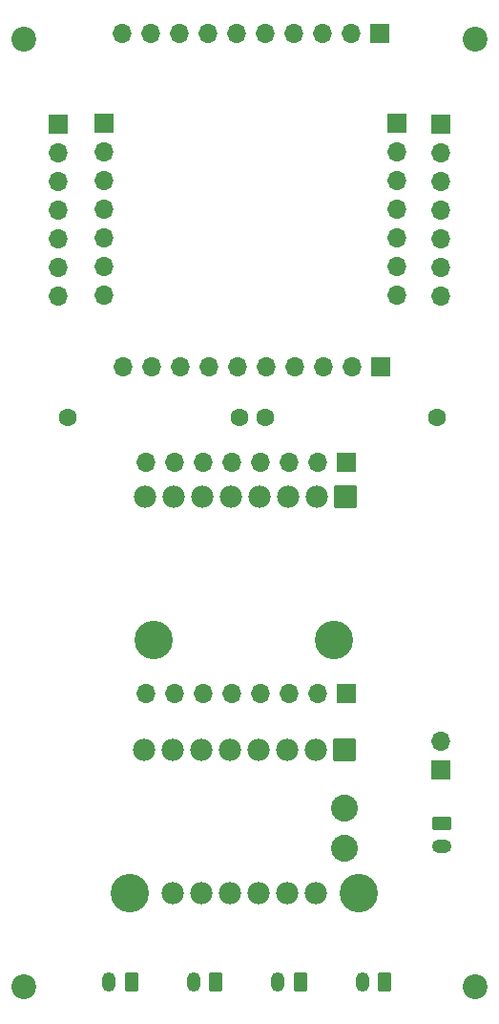
<source format=gbr>
%TF.GenerationSoftware,KiCad,Pcbnew,9.0.3*%
%TF.CreationDate,2025-08-30T15:24:09+02:00*%
%TF.ProjectId,rl_car,726c5f63-6172-42e6-9b69-6361645f7063,rev?*%
%TF.SameCoordinates,Original*%
%TF.FileFunction,Soldermask,Top*%
%TF.FilePolarity,Negative*%
%FSLAX46Y46*%
G04 Gerber Fmt 4.6, Leading zero omitted, Abs format (unit mm)*
G04 Created by KiCad (PCBNEW 9.0.3) date 2025-08-30 15:24:09*
%MOMM*%
%LPD*%
G01*
G04 APERTURE LIST*
G04 Aperture macros list*
%AMRoundRect*
0 Rectangle with rounded corners*
0 $1 Rounding radius*
0 $2 $3 $4 $5 $6 $7 $8 $9 X,Y pos of 4 corners*
0 Add a 4 corners polygon primitive as box body*
4,1,4,$2,$3,$4,$5,$6,$7,$8,$9,$2,$3,0*
0 Add four circle primitives for the rounded corners*
1,1,$1+$1,$2,$3*
1,1,$1+$1,$4,$5*
1,1,$1+$1,$6,$7*
1,1,$1+$1,$8,$9*
0 Add four rect primitives between the rounded corners*
20,1,$1+$1,$2,$3,$4,$5,0*
20,1,$1+$1,$4,$5,$6,$7,0*
20,1,$1+$1,$6,$7,$8,$9,0*
20,1,$1+$1,$8,$9,$2,$3,0*%
G04 Aperture macros list end*
%ADD10R,1.700000X1.700000*%
%ADD11O,1.700000X1.700000*%
%ADD12RoundRect,0.250000X0.350000X0.625000X-0.350000X0.625000X-0.350000X-0.625000X0.350000X-0.625000X0*%
%ADD13O,1.200000X1.750000*%
%ADD14C,2.200000*%
%ADD15RoundRect,0.250000X-0.625000X0.350000X-0.625000X-0.350000X0.625000X-0.350000X0.625000X0.350000X0*%
%ADD16O,1.750000X1.200000*%
%ADD17RoundRect,0.102000X-0.889000X0.889000X-0.889000X-0.889000X0.889000X-0.889000X0.889000X0.889000X0*%
%ADD18C,1.982000*%
%ADD19C,2.388400*%
%ADD20C,3.404000*%
%ADD21C,1.600000*%
G04 APERTURE END LIST*
D10*
%TO.C,X6*%
X132000000Y-113275000D03*
D11*
X132000000Y-110735000D03*
%TD*%
D12*
%TO.C,M3*%
X104500000Y-132000000D03*
D13*
X102500000Y-132000000D03*
%TD*%
D14*
%TO.C,REF\u002A\u002A*%
X95000000Y-48500000D03*
%TD*%
D10*
%TO.C,X5*%
X123540000Y-106500000D03*
D11*
X121000000Y-106500000D03*
X118460000Y-106500000D03*
X115920000Y-106500000D03*
X113380000Y-106500000D03*
X110840000Y-106500000D03*
X108300000Y-106500000D03*
X105760000Y-106500000D03*
%TD*%
D12*
%TO.C,M2*%
X127000000Y-132000000D03*
D13*
X125000000Y-132000000D03*
%TD*%
D15*
%TO.C,BT1*%
X132050000Y-118000000D03*
D16*
X132050000Y-120000000D03*
%TD*%
D17*
%TO.C,U2*%
X123390000Y-111500000D03*
D18*
X120850000Y-111500000D03*
X118310000Y-111500000D03*
X115770000Y-111500000D03*
X113230000Y-111500000D03*
X110690000Y-111500000D03*
X108150000Y-111500000D03*
X105610000Y-111500000D03*
X120850000Y-124200000D03*
X118310000Y-124200000D03*
X115770000Y-124200000D03*
X113230000Y-124200000D03*
X110690000Y-124200000D03*
X108150000Y-124200000D03*
D19*
X123390000Y-116658000D03*
X123390000Y-120158000D03*
D20*
X124660000Y-124200000D03*
X104340000Y-124200000D03*
%TD*%
D17*
%TO.C,U3*%
X123500000Y-89000000D03*
D18*
X120960000Y-89000000D03*
X118420000Y-89000000D03*
X115880000Y-89000000D03*
X113340000Y-89000000D03*
X110800000Y-89000000D03*
X108260000Y-89000000D03*
X105720000Y-89000000D03*
D20*
X122500000Y-101750000D03*
X106500000Y-101750000D03*
%TD*%
D14*
%TO.C,REF\u002A\u002A*%
X95000000Y-132500000D03*
%TD*%
D12*
%TO.C,M1*%
X119500000Y-132000000D03*
D13*
X117500000Y-132000000D03*
%TD*%
D12*
%TO.C,M4*%
X112000000Y-132000000D03*
D13*
X110000000Y-132000000D03*
%TD*%
D21*
%TO.C,R1*%
X98880000Y-82000000D03*
X114120000Y-82000000D03*
%TD*%
D14*
%TO.C,REF\u002A\u002A*%
X135000000Y-48500000D03*
%TD*%
D10*
%TO.C,X1*%
X98000000Y-56000000D03*
D11*
X98000000Y-58540000D03*
X98000000Y-61080000D03*
X98000000Y-63620000D03*
X98000000Y-66160000D03*
X98000000Y-68700000D03*
X98000000Y-71240000D03*
%TD*%
D21*
%TO.C,R2*%
X116380000Y-82000000D03*
X131620000Y-82000000D03*
%TD*%
D10*
%TO.C,U1*%
X102061364Y-55913000D03*
D11*
X102061364Y-58453000D03*
X102061364Y-60993000D03*
X102061364Y-63533000D03*
X102061364Y-66073000D03*
X102061364Y-68613000D03*
X102061364Y-71153000D03*
X128061364Y-71153000D03*
X128061364Y-68613000D03*
X128061364Y-66073000D03*
X128061364Y-63533000D03*
X128061364Y-60993000D03*
X128061364Y-58453000D03*
D10*
X128061364Y-55913000D03*
D11*
X103741364Y-77493000D03*
X106281364Y-77493000D03*
D10*
X126601364Y-77493000D03*
D11*
X124061364Y-77493000D03*
X118981364Y-77493000D03*
X121521364Y-77493000D03*
X113901364Y-77493000D03*
X116441364Y-77493000D03*
X108821364Y-77493000D03*
X111361364Y-77493000D03*
%TD*%
D10*
%TO.C,X3*%
X126580000Y-48000000D03*
D11*
X124040000Y-48000000D03*
X121500000Y-48000000D03*
X118960000Y-48000000D03*
X116420000Y-48000000D03*
X113880000Y-48000000D03*
X111340000Y-48000000D03*
X108800000Y-48000000D03*
X106260000Y-48000000D03*
X103720000Y-48000000D03*
%TD*%
D10*
%TO.C,X2*%
X132000000Y-56000000D03*
D11*
X132000000Y-58540000D03*
X132000000Y-61080000D03*
X132000000Y-63620000D03*
X132000000Y-66160000D03*
X132000000Y-68700000D03*
X132000000Y-71240000D03*
%TD*%
D14*
%TO.C,REF\u002A\u002A*%
X135000000Y-132500000D03*
%TD*%
D10*
%TO.C,X4*%
X123540000Y-86000000D03*
D11*
X121000000Y-86000000D03*
X118460000Y-86000000D03*
X115920000Y-86000000D03*
X113380000Y-86000000D03*
X110840000Y-86000000D03*
X108300000Y-86000000D03*
X105760000Y-86000000D03*
%TD*%
M02*

</source>
